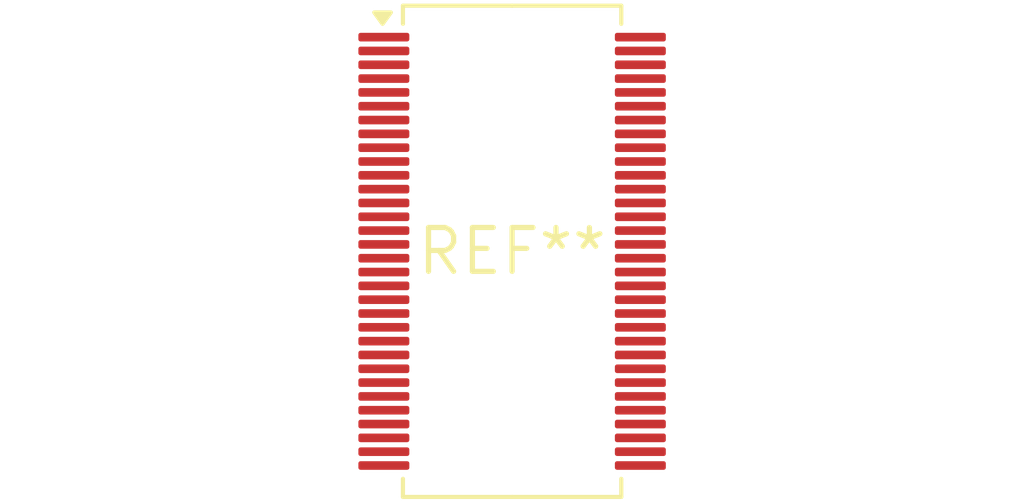
<source format=kicad_pcb>
(kicad_pcb (version 20240108) (generator pcbnew)
  (layers (0 "F.Cu" signal) (31 "B.Cu" signal) (34 "B.Paste" user) (35 "F.Paste" user) (36 "B.SilkS" user "B.Silkscreen") (37 "F.SilkS" user "F.Silkscreen") (38 "B.Mask" user) (39 "F.Mask" user) (44 "Edge.Cuts" user))
  (net 0 "")
  (footprint "TSSOP-64_6.1x14mm_P0.4mm" (layer "F.Cu") (at 0 0)
    (property "Reference" "REF**")
    (property "Value" "TSSOP-64_6.1x14mm_P0.4mm")
    (fp_line (start -3.16 -7.11) (end -3.16 -6.585) (layer "F.SilkS") (stroke (width 0.12)))
    (fp_line (start -3.16 7.11) (end -3.16 6.585) (layer "F.SilkS") (stroke (width 0.12)))
    (fp_line (start 0 -7.11) (end -3.16 -7.11) (layer "F.SilkS") (stroke (width 0.12)))
    (fp_line (start 0 -7.11) (end 3.16 -7.11) (layer "F.SilkS") (stroke (width 0.12)))
    (fp_line (start 0 7.11) (end -3.16 7.11) (layer "F.SilkS") (stroke (width 0.12)))
    (fp_line (start 0 7.11) (end 3.16 7.11) (layer "F.SilkS") (stroke (width 0.12)))
    (fp_line (start 3.16 -7.11) (end 3.16 -6.585) (layer "F.SilkS") (stroke (width 0.12)))
    (fp_line (start 3.16 7.11) (end 3.16 6.585) (layer "F.SilkS") (stroke (width 0.12)))
    (fp_poly (pts (xy -3.75 -6.585) (xy -3.99 -6.915) (xy -3.51 -6.915) (xy -3.75 -6.585)) (layer "F.SilkS") (stroke (width 0.12)) (fill solid))
    (pad "1" smd roundrect (at -3.7125 -6.2) (size 1.475 0.25) (layers "F.Cu" "F.Paste" "F.Mask"))
    (pad "2" smd roundrect (at -3.7125 -5.8) (size 1.475 0.25) (layers "F.Cu" "F.Paste" "F.Mask"))
    (pad "3" smd roundrect (at -3.7125 -5.4) (size 1.475 0.25) (layers "F.Cu" "F.Paste" "F.Mask"))
    (pad "4" smd roundrect (at -3.7125 -5) (size 1.475 0.25) (layers "F.Cu" "F.Paste" "F.Mask"))
    (pad "5" smd roundrect (at -3.7125 -4.6) (size 1.475 0.25) (layers "F.Cu" "F.Paste" "F.Mask"))
    (pad "6" smd roundrect (at -3.7125 -4.2) (size 1.475 0.25) (layers "F.Cu" "F.Paste" "F.Mask"))
    (pad "7" smd roundrect (at -3.7125 -3.8) (size 1.475 0.25) (layers "F.Cu" "F.Paste" "F.Mask"))
    (pad "8" smd roundrect (at -3.7125 -3.4) (size 1.475 0.25) (layers "F.Cu" "F.Paste" "F.Mask"))
    (pad "9" smd roundrect (at -3.7125 -3) (size 1.475 0.25) (layers "F.Cu" "F.Paste" "F.Mask"))
    (pad "10" smd roundrect (at -3.7125 -2.6) (size 1.475 0.25) (layers "F.Cu" "F.Paste" "F.Mask"))
    (pad "11" smd roundrect (at -3.7125 -2.2) (size 1.475 0.25) (layers "F.Cu" "F.Paste" "F.Mask"))
    (pad "12" smd roundrect (at -3.7125 -1.8) (size 1.475 0.25) (layers "F.Cu" "F.Paste" "F.Mask"))
    (pad "13" smd roundrect (at -3.7125 -1.4) (size 1.475 0.25) (layers "F.Cu" "F.Paste" "F.Mask"))
    (pad "14" smd roundrect (at -3.7125 -1) (size 1.475 0.25) (layers "F.Cu" "F.Paste" "F.Mask"))
    (pad "15" smd roundrect (at -3.7125 -0.6) (size 1.475 0.25) (layers "F.Cu" "F.Paste" "F.Mask"))
    (pad "16" smd roundrect (at -3.7125 -0.2) (size 1.475 0.25) (layers "F.Cu" "F.Paste" "F.Mask"))
    (pad "17" smd roundrect (at -3.7125 0.2) (size 1.475 0.25) (layers "F.Cu" "F.Paste" "F.Mask"))
    (pad "18" smd roundrect (at -3.7125 0.6) (size 1.475 0.25) (layers "F.Cu" "F.Paste" "F.Mask"))
    (pad "19" smd roundrect (at -3.7125 1) (size 1.475 0.25) (layers "F.Cu" "F.Paste" "F.Mask"))
    (pad "20" smd roundrect (at -3.7125 1.4) (size 1.475 0.25) (layers "F.Cu" "F.Paste" "F.Mask"))
    (pad "21" smd roundrect (at -3.7125 1.8) (size 1.475 0.25) (layers "F.Cu" "F.Paste" "F.Mask"))
    (pad "22" smd roundrect (at -3.7125 2.2) (size 1.475 0.25) (layers "F.Cu" "F.Paste" "F.Mask"))
    (pad "23" smd roundrect (at -3.7125 2.6) (size 1.475 0.25) (layers "F.Cu" "F.Paste" "F.Mask"))
    (pad "24" smd roundrect (at -3.7125 3) (size 1.475 0.25) (layers "F.Cu" "F.Paste" "F.Mask"))
    (pad "25" smd roundrect (at -3.7125 3.4) (size 1.475 0.25) (layers "F.Cu" "F.Paste" "F.Mask"))
    (pad "26" smd roundrect (at -3.7125 3.8) (size 1.475 0.25) (layers "F.Cu" "F.Paste" "F.Mask"))
    (pad "27" smd roundrect (at -3.7125 4.2) (size 1.475 0.25) (layers "F.Cu" "F.Paste" "F.Mask"))
    (pad "28" smd roundrect (at -3.7125 4.6) (size 1.475 0.25) (layers "F.Cu" "F.Paste" "F.Mask"))
    (pad "29" smd roundrect (at -3.7125 5) (size 1.475 0.25) (layers "F.Cu" "F.Paste" "F.Mask"))
    (pad "30" smd roundrect (at -3.7125 5.4) (size 1.475 0.25) (layers "F.Cu" "F.Paste" "F.Mask"))
    (pad "31" smd roundrect (at -3.7125 5.8) (size 1.475 0.25) (layers "F.Cu" "F.Paste" "F.Mask"))
    (pad "32" smd roundrect (at -3.7125 6.2) (size 1.475 0.25) (layers "F.Cu" "F.Paste" "F.Mask"))
    (pad "33" smd roundrect (at 3.7125 6.2) (size 1.475 0.25) (layers "F.Cu" "F.Paste" "F.Mask"))
    (pad "34" smd roundrect (at 3.7125 5.8) (size 1.475 0.25) (layers "F.Cu" "F.Paste" "F.Mask"))
    (pad "35" smd roundrect (at 3.7125 5.4) (size 1.475 0.25) (layers "F.Cu" "F.Paste" "F.Mask"))
    (pad "36" smd roundrect (at 3.7125 5) (size 1.475 0.25) (layers "F.Cu" "F.Paste" "F.Mask"))
    (pad "37" smd roundrect (at 3.7125 4.6) (size 1.475 0.25) (layers "F.Cu" "F.Paste" "F.Mask"))
    (pad "38" smd roundrect (at 3.7125 4.2) (size 1.475 0.25) (layers "F.Cu" "F.Paste" "F.Mask"))
    (pad "39" smd roundrect (at 3.7125 3.8) (size 1.475 0.25) (layers "F.Cu" "F.Paste" "F.Mask"))
    (pad "40" smd roundrect (at 3.7125 3.4) (size 1.475 0.25) (layers "F.Cu" "F.Paste" "F.Mask"))
    (pad "41" smd roundrect (at 3.7125 3) (size 1.475 0.25) (layers "F.Cu" "F.Paste" "F.Mask"))
    (pad "42" smd roundrect (at 3.7125 2.6) (size 1.475 0.25) (layers "F.Cu" "F.Paste" "F.Mask"))
    (pad "43" smd roundrect (at 3.7125 2.2) (size 1.475 0.25) (layers "F.Cu" "F.Paste" "F.Mask"))
    (pad "44" smd roundrect (at 3.7125 1.8) (size 1.475 0.25) (layers "F.Cu" "F.Paste" "F.Mask"))
    (pad "45" smd roundrect (at 3.7125 1.4) (size 1.475 0.25) (layers "F.Cu" "F.Paste" "F.Mask"))
    (pad "46" smd roundrect (at 3.7125 1) (size 1.475 0.25) (layers "F.Cu" "F.Paste" "F.Mask"))
    (pad "47" smd roundrect (at 3.7125 0.6) (size 1.475 0.25) (layers "F.Cu" "F.Paste" "F.Mask"))
    (pad "48" smd roundrect (at 3.7125 0.2) (size 1.475 0.25) (layers "F.Cu" "F.Paste" "F.Mask"))
    (pad "49" smd roundrect (at 3.7125 -0.2) (size 1.475 0.25) (layers "F.Cu" "F.Paste" "F.Mask"))
    (pad "50" smd roundrect (at 3.7125 -0.6) (size 1.475 0.25) (layers "F.Cu" "F.Paste" "F.Mask"))
    (pad "51" smd roundrect (at 3.7125 -1) (size 1.475 0.25) (layers "F.Cu" "F.Paste" "F.Mask"))
    (pad "52" smd roundrect (at 3.7125 -1.4) (size 1.475 0.25) (layers "F.Cu" "F.Paste" "F.Mask"))
    (pad "53" smd roundrect (at 3.7125 -1.8) (size 1.475 0.25) (layers "F.Cu" "F.Paste" "F.Mask"))
    (pad "54" smd roundrect (at 3.7125 -2.2) (size 1.475 0.25) (layers "F.Cu" "F.Paste" "F.Mask"))
    (pad "55" smd roundrect (at 3.7125 -2.6) (size 1.475 0.25) (layers "F.Cu" "F.Paste" "F.Mask"))
    (pad "56" smd roundrect (at 3.7125 -3) (size 1.475 0.25) (layers "F.Cu" "F.Paste" "F.Mask"))
    (pad "57" smd roundrect (at 3.7125 -3.4) (size 1.475 0.25) (layers "F.Cu" "F.Paste" "F.Mask"))
    (pad "58" smd roundrect (at 3.7125 -3.8) (size 1.475 0.25) (layers "F.Cu" "F.Paste" "F.Mask"))
    (pad "59" smd roundrect (at 3.7125 -4.2) (size 1.475 0.25) (layers "F.Cu" "F.Paste" "F.Mask"))
    (pad "60" smd roundrect (at 3.7125 -4.6) (size 1.475 0.25) (layers "F.Cu" "F.Paste" "F.Mask"))
    (pad "61" smd roundrect (at 3.7125 -5) (size 1.475 0.25) (layers "F.Cu" "F.Paste" "F.Mask"))
    (pad "62" smd roundrect (at 3.7125 -5.4) (size 1.475 0.25) (layers "F.Cu" "F.Paste" "F.Mask"))
    (pad "63" smd roundrect (at 3.7125 -5.8) (size 1.475 0.25) (layers "F.Cu" "F.Paste" "F.Mask"))
    (pad "64" smd roundrect (at 3.7125 -6.2) (size 1.475 0.25) (layers "F.Cu" "F.Paste" "F.Mask"))
  )
)
</source>
